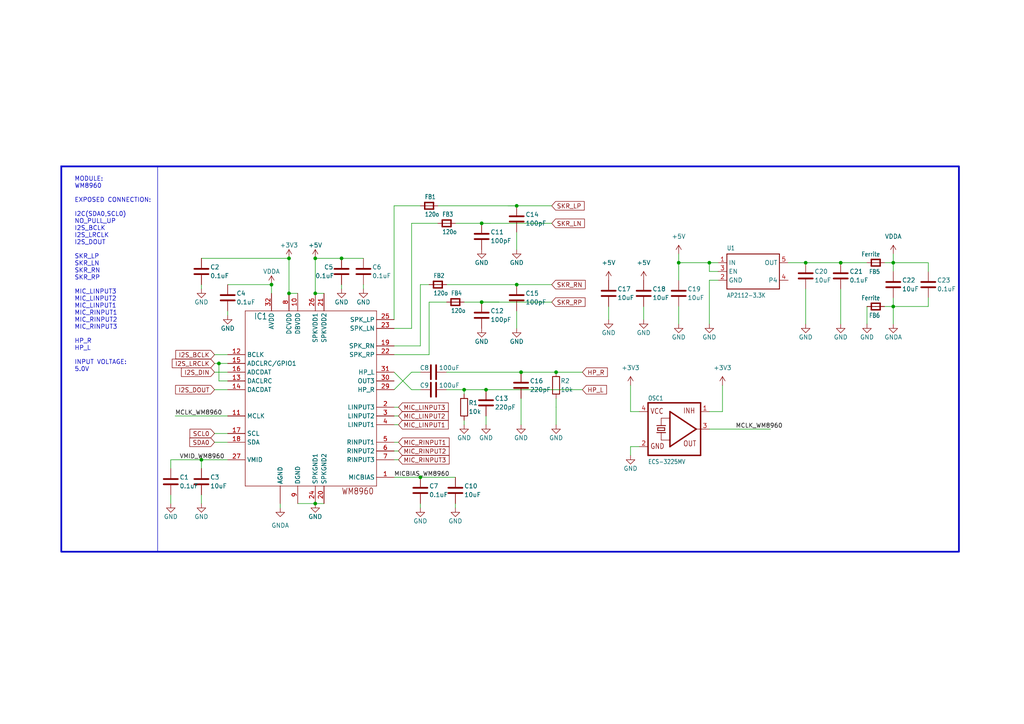
<source format=kicad_sch>
(kicad_sch (version 20230121) (generator eeschema)
  (paper "A4")
  (title_block (title "WM8960 MODULE"))
  (lib_symbols
    (symbol "Adafruit Voice Bonnet-eagle-import:FERRITE-0805NO"
      (property "Reference" "FB" (at -1.27 1.905 0))
      (symbol "FERRITE-0805NO_1_0"
        (polyline (pts (xy -1.27 -0.9525) (xy -1.27 0.9525)) (stroke (width 0.4064)))
        (polyline (pts (xy -1.27 0.9525) (xy 1.27 0.9525)) (stroke (width 0.4064)))
        (polyline (pts (xy 1.27 -0.9525) (xy -1.27 -0.9525)) (stroke (width 0.4064)))
        (polyline (pts (xy 1.27 0.9525) (xy 1.27 -0.9525)) (stroke (width 0.4064)))
        (pin passive line (at -2.54 0 0) (length 2.54) (name "P$1") (number "1"))
        (pin passive line (at 2.54 0 180) (length 2.54) (name "P$2") (number "2"))
      )
    )
    (symbol "Adafruit Voice Bonnet-eagle-import:OSCILLATOR3.2X2.5"
      (property "Reference" "OSC" (at -7.62 8.255 0))
      (symbol "OSCILLATOR3.2X2.5_1_0"
        (polyline (pts (xy -7.62 7.62) (xy -7.62 -7.62)) (stroke (width 0.4064)))
        (polyline (pts (xy -7.62 7.62) (xy 7.62 7.62)) (stroke (width 0.4064)))
        (polyline (pts (xy -5.08 -1.016) (xy -3.81 -1.016)) (stroke (width 0.254)))
        (polyline (pts (xy -5.08 1.016) (xy -2.54 1.016)) (stroke (width 0.254)))
        (polyline (pts (xy -4.826 -0.381) (xy -4.826 0.381)) (stroke (width 0.254)))
        (polyline (pts (xy -4.826 -0.381) (xy -2.794 -0.381)) (stroke (width 0.254)))
        (polyline (pts (xy -4.826 0.381) (xy -2.794 0.381)) (stroke (width 0.254)))
        (polyline (pts (xy -3.81 -3.175) (xy -3.81 -1.016)) (stroke (width 0.1524)))
        (polyline (pts (xy -3.81 -3.175) (xy -1.27 -3.175)) (stroke (width 0.1524)))
        (polyline (pts (xy -3.81 -1.016) (xy -2.54 -1.016)) (stroke (width 0.254)))
        (polyline (pts (xy -3.81 1.016) (xy -3.81 3.175)) (stroke (width 0.1524)))
        (polyline (pts (xy -3.81 3.175) (xy -1.27 3.175)) (stroke (width 0.1524)))
        (polyline (pts (xy -2.794 0.381) (xy -2.794 -0.381)) (stroke (width 0.254)))
        (polyline (pts (xy -1.27 -5.08) (xy -1.27 -3.175)) (stroke (width 0.4064)))
        (polyline (pts (xy -1.27 -3.175) (xy -1.27 3.175)) (stroke (width 0.4064)))
        (polyline (pts (xy -1.27 3.175) (xy -1.27 5.08)) (stroke (width 0.4064)))
        (polyline (pts (xy -1.27 5.08) (xy 6.35 0)) (stroke (width 0.4064)))
        (polyline (pts (xy 6.35 0) (xy -1.27 -5.08)) (stroke (width 0.4064)))
        (polyline (pts (xy 6.35 0) (xy 7.62 0)) (stroke (width 0.1524)))
        (polyline (pts (xy 7.62 -7.62) (xy -7.62 -7.62)) (stroke (width 0.4064)))
        (polyline (pts (xy 7.62 -7.62) (xy 7.62 0)) (stroke (width 0.4064)))
        (polyline (pts (xy 7.62 0) (xy 7.62 7.62)) (stroke (width 0.4064)))
        (text "GND" (at -6.985 -5.842 0) (effects (font (size 1.524 1.2954)) (justify left bottom)))
        (text "INH" (at 2.54 4.445 0) (effects (font (size 1.524 1.2954)) (justify left bottom)))
        (text "OUT" (at 2.54 -5.08 0) (effects (font (size 1.524 1.2954)) (justify left bottom)))
        (text "VCC" (at -6.985 4.318 0) (effects (font (size 1.524 1.2954)) (justify left bottom)))
        (pin bidirectional line (at 10.16 5.08 180) (length 2.54) (name "INH") (number "1"))
        (pin power_in line (at -10.16 -5.08 0) (length 2.54) (name "GND") (number "2"))
        (pin output line (at 10.16 0 180) (length 2.54) (name "OUT") (number "3"))
        (pin power_in line (at -10.16 5.08 0) (length 2.54) (name "VCC") (number "4"))
      )
    )
    (symbol "Adafruit Voice Bonnet-eagle-import:WM8960"
      (property "Reference" "IC" (at 10.16 27.94 0))
      (symbol "WM8960_1_0"
        (polyline (pts (xy -17.78 -25.4) (xy -17.78 25.4)) (stroke (width 0.1524)))
        (polyline (pts (xy -17.78 25.4) (xy 20.32 25.4)) (stroke (width 0.1524)))
        (polyline (pts (xy 20.32 -25.4) (xy -17.78 -25.4)) (stroke (width 0.1524)))
        (polyline (pts (xy 20.32 25.4) (xy 20.32 -25.4)) (stroke (width 0.1524)))
        (text "WM8960" (at 10.16 -27.94 0) (effects (font (size 1.778 1.5113)) (justify left bottom)))
        (pin output line (at 25.4 -22.86 180) (length 5.08) (name "MICBIAS") (number "1"))
        (pin power_in line (at -2.54 30.48 270) (length 5.08) (name "DBVDD") (number "10"))
        (pin input line (at -22.86 -5.08 0) (length 5.08) (name "MCLK") (number "11"))
        (pin bidirectional line (at -22.86 12.7 0) (length 5.08) (name "BCLK") (number "12"))
        (pin bidirectional line (at -22.86 5.08 0) (length 5.08) (name "DACLRC") (number "13"))
        (pin bidirectional line (at -22.86 2.54 0) (length 5.08) (name "DACDAT") (number "14"))
        (pin bidirectional line (at -22.86 10.16 0) (length 5.08) (name "ADCLRC/GPIO1") (number "15"))
        (pin input line (at -22.86 7.62 0) (length 5.08) (name "ADCDAT") (number "16"))
        (pin input line (at -22.86 -10.16 0) (length 5.08) (name "SCL") (number "17"))
        (pin bidirectional line (at -22.86 -12.7 0) (length 5.08) (name "SDA") (number "18"))
        (pin output line (at 25.4 15.24 180) (length 5.08) (name "SPK_RN") (number "19"))
        (pin input line (at 25.4 -2.54 180) (length 5.08) (name "LINPUT3") (number "2"))
        (pin power_in line (at 5.08 -30.48 90) (length 5.08) (name "SPKGND2") (number "20"))
        (pin power_in line (at 5.08 30.48 270) (length 5.08) (name "SPKVDD2") (number "21"))
        (pin output line (at 25.4 12.7 180) (length 5.08) (name "SPK_RP") (number "22"))
        (pin output line (at 25.4 20.32 180) (length 5.08) (name "SPK_LN") (number "23"))
        (pin power_in line (at 2.54 -30.48 90) (length 5.08) (name "SPKGND1") (number "24"))
        (pin output line (at 25.4 22.86 180) (length 5.08) (name "SPK_LP") (number "25"))
        (pin power_in line (at 2.54 30.48 270) (length 5.08) (name "SPKVDD1") (number "26"))
        (pin input line (at -22.86 -17.78 0) (length 5.08) (name "VMID") (number "27"))
        (pin power_in line (at -7.62 -30.48 90) (length 5.08) (name "AGND") (number "28"))
        (pin output line (at 25.4 2.54 180) (length 5.08) (name "HP_R") (number "29"))
        (pin input line (at 25.4 -5.08 180) (length 5.08) (name "LINPUT2") (number "3"))
        (pin output line (at 25.4 5.08 180) (length 5.08) (name "OUT3") (number "30"))
        (pin output line (at 25.4 7.62 180) (length 5.08) (name "HP_L") (number "31"))
        (pin power_in line (at -10.16 30.48 270) (length 5.08) (name "AVDD") (number "32"))
        (pin power_in line (at -7.62 -30.48 90) (length 5.08) (name "AGND") (number "33"))
        (pin input line (at 25.4 -7.62 180) (length 5.08) (name "LINPUT1") (number "4"))
        (pin input line (at 25.4 -12.7 180) (length 5.08) (name "RINPUT1") (number "5"))
        (pin input line (at 25.4 -15.24 180) (length 5.08) (name "RINPUT2") (number "6"))
        (pin input line (at 25.4 -17.78 180) (length 5.08) (name "RINPUT3") (number "7"))
        (pin power_in line (at -5.08 30.48 270) (length 5.08) (name "DCVDD") (number "8"))
        (pin power_in line (at -2.54 -30.48 90) (length 5.08) (name "DGND") (number "9"))
      )
    )
    (symbol "Adafruit Voice Bonnet-eagle-import:microbuilder_FERRITE0805"
      (property "Reference" "FB" (at -1.27 1.905 0))
      (symbol "microbuilder_FERRITE0805_1_0"
        (polyline (pts (xy -1.27 -0.9525) (xy -1.27 0.9525)) (stroke (width 0.4064)))
        (polyline (pts (xy -1.27 0.9525) (xy 1.27 0.9525)) (stroke (width 0.4064)))
        (polyline (pts (xy 1.27 -0.9525) (xy -1.27 -0.9525)) (stroke (width 0.4064)))
        (polyline (pts (xy 1.27 0.9525) (xy 1.27 -0.9525)) (stroke (width 0.4064)))
        (pin passive line (at -2.54 0 0) (length 2.54) (name "P$1") (number "1"))
        (pin passive line (at 2.54 0 180) (length 2.54) (name "P$2") (number "2"))
      )
    )
    (symbol "Adafruit Voice Bonnet-eagle-import:microbuilder_VREG_SOT23-5"
      (property "Reference" "U" (at -7.62 6.096 0))
      (symbol "microbuilder_VREG_SOT23-5_1_0"
        (polyline (pts (xy -7.62 -5.08) (xy -7.62 5.08)) (stroke (width 0.254)))
        (polyline (pts (xy -7.62 5.08) (xy 7.62 5.08)) (stroke (width 0.254)))
        (polyline (pts (xy 7.62 -5.08) (xy -7.62 -5.08)) (stroke (width 0.254)))
        (polyline (pts (xy 7.62 5.08) (xy 7.62 -5.08)) (stroke (width 0.254)))
        (pin power_in line (at -10.16 2.54 0) (length 2.54) (name "IN") (number "1"))
        (pin power_in line (at -10.16 -2.54 0) (length 2.54) (name "GND") (number "2"))
        (pin input line (at -10.16 0 0) (length 2.54) (name "EN") (number "3"))
        (pin bidirectional line (at 10.16 -2.54 180) (length 2.54) (name "P4") (number "4"))
        (pin power_in line (at 10.16 2.54 180) (length 2.54) (name "OUT") (number "5"))
      )
    )
    (symbol "Device:C" (pin_numbers hide) (pin_names (offset 0.254))
      (property "Reference" "C" (at 0.635 2.54 0))
      (property "Value" "C" (at 0.635 -2.54 0))
      (symbol "C_0_1"
        (polyline (pts (xy -2.032 -0.762) (xy 2.032 -0.762)) (stroke (width 0.508)))
        (polyline (pts (xy -2.032 0.762) (xy 2.032 0.762)) (stroke (width 0.508)))
      )
      (symbol "C_1_1"
        (pin passive line (at 0 3.81 270) (length 2.794) (name "~") (number "1"))
        (pin passive line (at 0 -3.81 90) (length 2.794) (name "~") (number "2"))
      )
    )
    (symbol "Device:R" (pin_numbers hide) (pin_names (offset 0))
      (property "Reference" "R" (at 2.032 0 90))
      (property "Value" "R" (at 0 0 90))
      (symbol "R_0_1"
        (rectangle (start -1.016 -2.54) (end 1.016 2.54) (stroke (width 0.254)))
      )
      (symbol "R_1_1"
        (pin passive line (at 0 3.81 270) (length 1.27) (name "~") (number "1"))
        (pin passive line (at 0 -3.81 90) (length 1.27) (name "~") (number "2"))
      )
    )
    (symbol "power:+3V3" (power) (pin_names (offset 0))
      (property "Value" "+3V3" (at 0 3.556 0))
      (symbol "+3V3_0_1"
        (polyline (pts (xy -0.762 1.27) (xy 0 2.54)))
        (polyline (pts (xy 0 0) (xy 0 2.54)))
        (polyline (pts (xy 0 2.54) (xy 0.762 1.27)))
      )
      (symbol "+3V3_1_1"
        (pin power_in line (at 0 0 90) (length 0) hide (name "+3V3") (number "1"))
      )
    )
    (symbol "power:+5V" (power) (pin_names (offset 0))
      (property "Value" "+5V" (at 0 3.556 0))
      (symbol "+5V_0_1"
        (polyline (pts (xy -0.762 1.27) (xy 0 2.54)))
        (polyline (pts (xy 0 0) (xy 0 2.54)))
        (polyline (pts (xy 0 2.54) (xy 0.762 1.27)))
      )
      (symbol "+5V_1_1"
        (pin power_in line (at 0 0 90) (length 0) hide (name "+5V") (number "1"))
      )
    )
    (symbol "power:GND" (power) (pin_names (offset 0))
      (property "Value" "GND" (at 0 -3.81 0))
      (symbol "GND_0_1"
        (polyline (pts (xy 0 0) (xy 0 -1.27) (xy 1.27 -1.27) (xy 0 -2.54) (xy -1.27 -1.27) (xy 0 -1.27)))
      )
      (symbol "GND_1_1"
        (pin power_in line (at 0 0 270) (length 0) hide (name "GND") (number "1"))
      )
    )
    (symbol "power:GNDA" (power) (pin_names (offset 0))
      (property "Value" "GNDA" (at 0 -3.81 0))
      (symbol "GNDA_0_1"
        (polyline (pts (xy 0 0) (xy 0 -1.27) (xy 1.27 -1.27) (xy 0 -2.54) (xy -1.27 -1.27) (xy 0 -1.27)))
      )
      (symbol "GNDA_1_1"
        (pin power_in line (at 0 0 270) (length 0) hide (name "GNDA") (number "1"))
      )
    )
    (symbol "power:VDDA" (power) (pin_names (offset 0))
      (property "Value" "VDDA" (at 0 3.81 0))
      (symbol "VDDA_0_1"
        (polyline (pts (xy -0.762 1.27) (xy 0 2.54)))
        (polyline (pts (xy 0 0) (xy 0 2.54)))
        (polyline (pts (xy 0 2.54) (xy 0.762 1.27)))
      )
      (symbol "VDDA_1_1"
        (pin power_in line (at 0 0 90) (length 0) hide (name "VDDA") (number "1"))
      )
    )
  )
  (junction (at 259.08 88.9))
  (junction (at 259.08 76.2))
  (junction (at 91.44 74.93))
  (junction (at 139.7 87.63))
  (junction (at 63.5 105.41))
  (junction (at 161.29 107.95))
  (junction (at 78.74 82.55))
  (junction (at 233.68 76.2))
  (junction (at 83.82 74.93))
  (junction (at 151.13 107.95))
  (junction (at 205.74 76.2))
  (junction (at 83.82 85.09))
  (junction (at 196.85 76.2))
  (junction (at 140.97 113.03))
  (junction (at 91.44 85.09))
  (junction (at 121.92 138.43))
  (junction (at 91.44 146.05))
  (junction (at 149.86 82.55))
  (junction (at 99.06 74.93))
  (junction (at 149.86 59.69))
  (junction (at 243.84 76.2))
  (junction (at 139.7 64.77))
  (junction (at 58.42 133.35))
  (junction (at 134.62 113.03))
  (wire (pts (xy 83.82 74.93) (xy 83.82 85.09)) (stroke (width 0.1524)))
  (wire (pts (xy 66.04 120.65) (xy 50.8 120.65)) (stroke (width 0.1524)))
  (wire (pts (xy 49.53 146.05) (xy 49.53 143.51)))
  (wire (pts (xy 114.3 102.87) (xy 124.46 102.87)) (stroke (width 0.1524)))
  (wire (pts (xy 66.04 113.03) (xy 62.23 113.03)) (stroke (width 0.1524)))
  (wire (pts (xy 114.3 113.03) (xy 119.38 107.95)) (stroke (width 0.1524)))
  (wire (pts (xy 66.04 110.49) (xy 63.5 110.49)) (stroke (width 0.1524)))
  (wire (pts (xy 259.08 93.98) (xy 259.08 88.9)) (stroke (width 0.1524)))
  (wire (pts (xy 121.92 146.05) (xy 121.92 147.32)))
  (wire (pts (xy 132.08 146.05) (xy 132.08 147.32)))
  (wire (pts (xy 259.08 88.9) (xy 269.24 88.9)) (stroke (width 0.1524)))
  (wire (pts (xy 114.3 138.43) (xy 121.92 138.43)) (stroke (width 0.1524)))
  (wire (pts (xy 114.3 100.33) (xy 121.92 100.33)) (stroke (width 0.1524)))
  (wire (pts (xy 161.29 107.95) (xy 168.91 107.95)) (stroke (width 0.1524)))
  (wire (pts (xy 66.04 102.87) (xy 62.23 102.87)) (stroke (width 0.1524)))
  (wire (pts (xy 151.13 107.95) (xy 161.29 107.95)) (stroke (width 0.1524)))
  (wire (pts (xy 243.84 93.98) (xy 243.84 83.82)) (stroke (width 0.1524)))
  (wire (pts (xy 91.44 85.09) (xy 91.44 74.93)) (stroke (width 0.1524)))
  (wire (pts (xy 66.04 105.41) (xy 63.5 105.41)) (stroke (width 0.1524)))
  (wire (pts (xy 185.42 129.54) (xy 182.88 129.54)) (stroke (width 0.1524)))
  (wire (pts (xy 233.68 76.2) (xy 243.84 76.2)) (stroke (width 0.1524)))
  (wire (pts (xy 114.3 133.35) (xy 115.57 133.35)))
  (wire (pts (xy 86.36 85.09) (xy 83.82 85.09)) (stroke (width 0.1524)))
  (wire (pts (xy 149.86 67.31) (xy 149.86 72.39)) (stroke (width 0.1524)))
  (wire (pts (xy 66.04 107.95) (xy 62.23 107.95)) (stroke (width 0.1524)))
  (wire (pts (xy 205.74 124.46) (xy 223.52 124.46)) (stroke (width 0.1524)))
  (wire (pts (xy 81.28 147.32) (xy 81.28 146.05)))
  (wire (pts (xy 114.3 59.69) (xy 121.92 59.69)) (stroke (width 0.1524)))
  (wire (pts (xy 124.46 102.87) (xy 124.46 87.63)) (stroke (width 0.1524)))
  (wire (pts (xy 161.29 123.19) (xy 161.29 118.11)) (stroke (width 0.1524)))
  (wire (pts (xy 129.54 113.03) (xy 134.62 113.03)) (stroke (width 0.1524)))
  (wire (pts (xy 93.98 85.09) (xy 91.44 85.09)) (stroke (width 0.1524)))
  (wire (pts (xy 196.85 76.2) (xy 196.85 73.66)) (stroke (width 0.1524)))
  (wire (pts (xy 63.5 110.49) (xy 63.5 105.41)) (stroke (width 0.1524)))
  (wire (pts (xy 58.42 133.35) (xy 49.53 133.35)) (stroke (width 0.1524)))
  (wire (pts (xy 259.08 88.9) (xy 259.08 86.36)) (stroke (width 0.1524)))
  (wire (pts (xy 105.41 83.82) (xy 105.41 82.55)))
  (wire (pts (xy 58.42 83.82) (xy 58.42 82.55)))
  (wire (pts (xy 49.53 133.35) (xy 49.53 135.89)) (stroke (width 0.1524)))
  (wire (pts (xy 83.82 74.93) (xy 58.42 74.93)) (stroke (width 0.1524)))
  (wire (pts (xy 129.54 82.55) (xy 149.86 82.55)) (stroke (width 0.1524)))
  (wire (pts (xy 208.28 76.2) (xy 205.74 76.2)) (stroke (width 0.1524)))
  (wire (pts (xy 259.08 73.66) (xy 259.08 76.2)) (stroke (width 0.1524)))
  (wire (pts (xy 243.84 76.2) (xy 251.46 76.2)) (stroke (width 0.1524)))
  (wire (pts (xy 119.38 113.03) (xy 121.92 113.03)) (stroke (width 0.1524)))
  (wire (pts (xy 182.88 119.38) (xy 182.88 111.76)) (stroke (width 0.1524)))
  (wire (pts (xy 269.24 76.2) (xy 259.08 76.2)) (stroke (width 0.1524)))
  (wire (pts (xy 149.86 82.55) (xy 160.02 82.55)) (stroke (width 0.1524)))
  (wire (pts (xy 66.04 91.44) (xy 66.04 90.17)))
  (wire (pts (xy 208.28 81.28) (xy 205.74 81.28)) (stroke (width 0.1524)))
  (wire (pts (xy 161.29 115.57) (xy 161.29 118.11)))
  (wire (pts (xy 58.42 146.05) (xy 58.42 143.51)))
  (wire (pts (xy 182.88 129.54) (xy 182.88 132.08)) (stroke (width 0.1524)))
  (wire (pts (xy 139.7 64.77) (xy 160.02 64.77)) (stroke (width 0.1524)))
  (wire (pts (xy 127 64.77) (xy 119.38 64.77)) (stroke (width 0.1524)))
  (wire (pts (xy 269.24 88.9) (xy 269.24 86.36)) (stroke (width 0.1524)))
  (wire (pts (xy 121.92 138.43) (xy 132.08 138.43)) (stroke (width 0.1524)))
  (wire (pts (xy 139.7 64.77) (xy 142.24 64.77)))
  (wire (pts (xy 99.06 83.82) (xy 99.06 82.55)))
  (wire (pts (xy 78.74 82.55) (xy 78.74 85.09)) (stroke (width 0.1524)))
  (wire (pts (xy 99.06 74.93) (xy 105.41 74.93)) (stroke (width 0.1524)))
  (wire (pts (xy 63.5 105.41) (xy 62.23 105.41)) (stroke (width 0.1524)))
  (wire (pts (xy 185.42 119.38) (xy 182.88 119.38)) (stroke (width 0.1524)))
  (wire (pts (xy 205.74 78.74) (xy 205.74 76.2)) (stroke (width 0.1524)))
  (wire (pts (xy 269.24 78.74) (xy 269.24 76.2)) (stroke (width 0.1524)))
  (wire (pts (xy 205.74 76.2) (xy 196.85 76.2)) (stroke (width 0.1524)))
  (wire (pts (xy 259.08 78.74) (xy 259.08 76.2)) (stroke (width 0.1524)))
  (wire (pts (xy 91.44 146.05) (xy 86.36 146.05)) (stroke (width 0.1524)))
  (wire (pts (xy 58.42 133.35) (xy 66.04 133.35)) (stroke (width 0.1524)))
  (wire (pts (xy 196.85 88.9) (xy 196.85 93.98)) (stroke (width 0.1524)))
  (wire (pts (xy 121.92 82.55) (xy 124.46 82.55)) (stroke (width 0.1524)))
  (wire (pts (xy 149.86 59.69) (xy 160.02 59.69)) (stroke (width 0.1524)))
  (wire (pts (xy 78.74 82.55) (xy 66.04 82.55)) (stroke (width 0.1524)))
  (wire (pts (xy 93.98 146.05) (xy 91.44 146.05)) (stroke (width 0.1524)))
  (wire (pts (xy 134.62 113.03) (xy 140.97 113.03)) (stroke (width 0.1524)))
  (wire (pts (xy 149.86 59.69) (xy 147.32 59.69)))
  (wire (pts (xy 196.85 81.28) (xy 196.85 76.2)) (stroke (width 0.1524)))
  (wire (pts (xy 149.86 90.17) (xy 149.86 95.25)) (stroke (width 0.1524)))
  (wire (pts (xy 205.74 81.28) (xy 205.74 93.98)) (stroke (width 0.1524)))
  (wire (pts (xy 129.54 107.95) (xy 151.13 107.95)) (stroke (width 0.1524)))
  (wire (pts (xy 66.04 125.73) (xy 62.23 125.73)) (stroke (width 0.1524)))
  (wire (pts (xy 186.69 92.71) (xy 186.69 88.9)))
  (wire (pts (xy 132.08 64.77) (xy 139.7 64.77)) (stroke (width 0.1524)))
  (wire (pts (xy 151.13 115.57) (xy 151.13 123.19)) (stroke (width 0.1524)))
  (wire (pts (xy 134.62 121.92) (xy 134.62 123.19)))
  (wire (pts (xy 91.44 74.93) (xy 99.06 74.93)) (stroke (width 0.1524)))
  (wire (pts (xy 140.97 113.03) (xy 139.7 113.03)))
  (wire (pts (xy 259.08 76.2) (xy 256.54 76.2)) (stroke (width 0.1524)))
  (wire (pts (xy 114.3 95.25) (xy 119.38 95.25)) (stroke (width 0.1524)))
  (wire (pts (xy 114.3 128.27) (xy 115.57 128.27)))
  (wire (pts (xy 114.3 123.19) (xy 115.57 123.19)))
  (wire (pts (xy 233.68 93.98) (xy 233.68 83.82)) (stroke (width 0.1524)))
  (wire (pts (xy 127 59.69) (xy 149.86 59.69)) (stroke (width 0.1524)))
  (wire (pts (xy 121.92 100.33) (xy 121.92 82.55)) (stroke (width 0.1524)))
  (wire (pts (xy 129.54 87.63) (xy 124.46 87.63)) (stroke (width 0.1524)))
  (wire (pts (xy 114.3 130.81) (xy 115.57 130.81)))
  (wire (pts (xy 140.97 123.19) (xy 140.97 120.65)) (stroke (width 0.1524)))
  (wire (pts (xy 134.62 113.03) (xy 134.62 114.3)))
  (wire (pts (xy 251.46 88.9) (xy 251.46 93.98)) (stroke (width 0.1524)))
  (wire (pts (xy 139.7 87.63) (xy 160.02 87.63)) (stroke (width 0.1524)))
  (wire (pts (xy 140.97 113.03) (xy 168.91 113.03)) (stroke (width 0.1524)))
  (wire (pts (xy 114.3 107.95) (xy 119.38 113.03)) (stroke (width 0.1524)))
  (wire (pts (xy 208.28 78.74) (xy 205.74 78.74)) (stroke (width 0.1524)))
  (wire (pts (xy 114.3 118.11) (xy 115.57 118.11)))
  (wire (pts (xy 176.53 92.71) (xy 176.53 88.9)))
  (wire (pts (xy 119.38 95.25) (xy 119.38 64.77)) (stroke (width 0.1524)))
  (wire (pts (xy 114.3 120.65) (xy 115.57 120.65)))
  (wire (pts (xy 119.38 107.95) (xy 121.92 107.95)) (stroke (width 0.1524)))
  (wire (pts (xy 139.7 87.63) (xy 144.78 87.63)))
  (wire (pts (xy 58.42 133.35) (xy 58.42 135.89)) (stroke (width 0.1524)))
  (wire (pts (xy 114.3 92.71) (xy 114.3 59.69)) (stroke (width 0.1524)))
  (wire (pts (xy 209.55 111.76) (xy 209.55 119.38)))
  (wire (pts (xy 134.62 87.63) (xy 139.7 87.63)) (stroke (width 0.1524)))
  (wire (pts (xy 228.6 76.2) (xy 233.68 76.2)) (stroke (width 0.1524)))
  (wire (pts (xy 259.08 88.9) (xy 256.54 88.9)) (stroke (width 0.1524)))
  (wire (pts (xy 205.74 119.38) (xy 209.55 119.38)))
  (wire (pts (xy 62.23 128.27) (xy 66.04 128.27)) (stroke (width 0.1524)))
  (rectangle (start 17.78 48.26) (end 278.13 160.02) (stroke (width 0.5)))
  (rectangle (start 17.78 48.26) (end 45.72 160.02))
  (text "MODULE:\nWM8960\n\nEXPOSED CONNECTION: \n\nI2C(SDA0,SCL0)\nNO_PULL_UP\nI2S_BCLK\nI2S_LRCLK\nI2S_DOUT\n\nSKR_LP\nSKR_LN\nSKR_RN\nSKR_RP\n\nMIC_LINPUT3\nMIC_LINPUT2\nMIC_LINPUT1\nMIC_RINPUT1\nMIC_RINPUT2\nMIC_RINPUT3\n\nHP_R\nHP_L\n\nINPUT VOLTAGE:\n5.0V\n" (at 21.59 107.95 0) (effects (font (size 1.27 1.27)) (justify left bottom)))
  (label "VMID_WM8960" (at 52.07 133.35 0) (effects (font (size 1.2446 1.2446))))
  (label "MICBIAS_WM8960" (at 114.3 138.43 0) (effects (font (size 1.2446 1.2446))))
  (label "MCLK_WM8960" (at 50.8 120.65 0) (effects (font (size 1.2446 1.2446))))
  (label "MCLK_WM8960" (at 213.36 124.46 0) (effects (font (size 1.2446 1.2446))))
  (global_label "I2S_BCLK" (shape input) (at 62.23 102.87 180) (property "Intersheetrefs" "${INTERSHEET_REFS}" (effects hide)))
  (global_label "MIC_RINPUT1" (shape input) (at 115.57 128.27 0) (property "Intersheetrefs" "${INTERSHEET_REFS}" (effects hide)))
  (global_label "SKR_LP" (shape input) (at 160.02 59.69 0) (property "Intersheetrefs" "${INTERSHEET_REFS}" (effects hide)))
  (global_label "HP_R" (shape input) (at 168.91 107.95 0) (property "Intersheetrefs" "${INTERSHEET_REFS}" (effects hide)))
  (global_label "SKR_RP" (shape input) (at 160.02 87.63 0) (property "Intersheetrefs" "${INTERSHEET_REFS}" (effects hide)))
  (global_label "HP_L" (shape input) (at 168.91 113.03 0) (property "Intersheetrefs" "${INTERSHEET_REFS}" (effects hide)))
  (global_label "I2S_DIN" (shape input) (at 62.23 107.95 180) (property "Intersheetrefs" "${INTERSHEET_REFS}" (effects hide)))
  (global_label "I2S_DOUT" (shape input) (at 62.23 113.03 180) (property "Intersheetrefs" "${INTERSHEET_REFS}" (effects hide)))
  (global_label "MIC_LINPUT3" (shape input) (at 115.57 118.11 0) (property "Intersheetrefs" "${INTERSHEET_REFS}" (effects hide)))
  (global_label "MIC_LINPUT1" (shape input) (at 115.57 123.19 0) (property "Intersheetrefs" "${INTERSHEET_REFS}" (effects hide)))
  (global_label "SDA0" (shape input) (at 62.23 128.27 180) (property "Intersheetrefs" "${INTERSHEET_REFS}" (effects hide)))
  (global_label "SCL0" (shape input) (at 62.23 125.73 180) (property "Intersheetrefs" "${INTERSHEET_REFS}" (effects hide)))
  (global_label "SKR_LN" (shape input) (at 160.02 64.77 0) (property "Intersheetrefs" "${INTERSHEET_REFS}" (effects hide)))
  (global_label "MIC_LINPUT2" (shape input) (at 115.57 120.65 0) (property "Intersheetrefs" "${INTERSHEET_REFS}" (effects hide)))
  (global_label "I2S_LRCLK" (shape input) (at 62.23 105.41 180) (property "Intersheetrefs" "${INTERSHEET_REFS}" (effects hide)))
  (global_label "MIC_RINPUT2" (shape input) (at 115.57 130.81 0) (property "Intersheetrefs" "${INTERSHEET_REFS}" (effects hide)))
  (global_label "SKR_RN" (shape input) (at 160.02 82.55 0) (property "Intersheetrefs" "${INTERSHEET_REFS}" (effects hide)))
  (global_label "MIC_RINPUT3" (shape input) (at 115.57 133.35 0) (property "Intersheetrefs" "${INTERSHEET_REFS}" (effects hide)))
  (symbol (lib_id "Adafruit Voice Bonnet-eagle-import:OSCILLATOR3.2X2.5") (at 195.58 124.46 0) (unit 1)
    (property "Reference" "OSC1" (at 187.96 116.205 0) (effects (font (size 1.27 1.0795)) (justify left bottom)))
    (property "Value" "ECS-3225MV" (at 187.96 134.62 0) (effects (font (size 1.27 1.0795)) (justify left bottom)))
    (property "Footprint" "Adafruit Voice Bonnet:OSC_3.2X2.5MM" (effects hide))
  )
  (symbol (lib_id "Device:C") (at 233.68 80.01 0) (unit 1)
    (property "Reference" "C20" (at 236.22 78.74 0) (effects (justify left)))
    (property "Value" "10uF" (at 236.22 81.28 0) (effects (justify left)))
    (property "Footprint" "Capacitor_SMD:C_0402_1005Metric" (effects hide))
  )
  (symbol (lib_id "power:GND") (at 196.85 93.98 0) (unit 1)
    (property "Reference" "#PWR029" (effects hide))
    (property "Value" "GND" (at 196.85 97.79 0))
  )
  (symbol (lib_id "power:GND") (at 99.06 83.82 0) (unit 1)
    (property "Reference" "#PWR010" (effects hide))
    (property "Value" "GND" (at 99.06 87.63 0))
  )
  (symbol (lib_id "Device:C") (at 58.42 78.74 0) (unit 1)
    (property "Reference" "C2" (at 60.96 77.47 0) (effects (justify left)))
    (property "Value" "0.1uF" (at 60.96 80.01 0) (effects (justify left)))
    (property "Footprint" "Capacitor_SMD:C_0402_1005Metric" (effects hide))
  )
  (symbol (lib_id "power:GND") (at 105.41 83.82 0) (unit 1)
    (property "Reference" "#PWR011" (effects hide))
    (property "Value" "GND" (at 105.41 87.63 0))
  )
  (symbol (lib_id "Device:C") (at 186.69 85.09 0) (unit 1)
    (property "Reference" "C18" (at 189.23 83.82 0) (effects (justify left)))
    (property "Value" "10uF" (at 189.23 86.36 0) (effects (justify left)))
    (property "Footprint" "Capacitor_SMD:C_0402_1005Metric" (effects hide))
  )
  (symbol (lib_id "power:+5V") (at 196.85 73.66 0) (unit 1)
    (property "Reference" "#PWR028" (effects hide))
    (property "Value" "+5V" (at 196.85 68.58 0))
  )
  (symbol (lib_id "Adafruit Voice Bonnet-eagle-import:FERRITE-0805NO") (at 132.08 87.63 0) (unit 1)
    (property "Reference" "FB4" (at 130.81 85.725 0) (effects (font (size 1.27 1.0795)) (justify left bottom)))
    (property "Value" "120o" (at 130.81 90.805 0) (effects (font (size 1.27 1.0795)) (justify left bottom)))
    (property "Footprint" "Adafruit Voice Bonnet:0805-NO" (effects hide))
  )
  (symbol (lib_id "power:+5V") (at 176.53 81.28 0) (unit 1)
    (property "Reference" "#PWR022" (effects hide))
    (property "Value" "+5V" (at 176.53 76.2 0))
  )
  (symbol (lib_id "Device:C") (at 49.53 139.7 0) (unit 1)
    (property "Reference" "C1" (at 52.07 138.43 0) (effects (justify left)))
    (property "Value" "0.1uF" (at 52.07 140.97 0) (effects (justify left)))
    (property "Footprint" "Capacitor_SMD:C_0402_1005Metric" (effects hide))
  )
  (symbol (lib_id "Device:C") (at 196.85 85.09 0) (unit 1)
    (property "Reference" "C19" (at 199.39 83.82 0) (effects (justify left)))
    (property "Value" "10uF" (at 199.39 86.36 0) (effects (justify left)))
    (property "Footprint" "Capacitor_SMD:C_0402_1005Metric" (effects hide))
  )
  (symbol (lib_id "power:GND") (at 186.69 92.71 0) (unit 1)
    (property "Reference" "#PWR027" (effects hide))
    (property "Value" "GND" (at 186.69 96.52 0))
  )
  (symbol (lib_id "Adafruit Voice Bonnet-eagle-import:microbuilder_FERRITE0805") (at 254 76.2 180) (unit 1)
    (property "Reference" "FB5" (at 255.27 78.105 0) (effects (font (size 1.27 1.0795)) (justify left bottom)))
    (property "Value" "Ferrite" (at 255.27 73.025 0) (effects (font (size 1.27 1.0795)) (justify left bottom)))
    (property "Footprint" "Adafruit Voice Bonnet:0805" (effects hide))
  )
  (symbol (lib_id "power:GND") (at 140.97 123.19 0) (unit 1)
    (property "Reference" "#PWR017" (effects hide))
    (property "Value" "GND" (at 140.97 127 0))
  )
  (symbol (lib_id "Device:C") (at 149.86 63.5 0) (unit 1)
    (property "Reference" "C14" (at 152.4 62.23 0) (effects (justify left)))
    (property "Value" "100pF" (at 152.4 64.77 0) (effects (justify left)))
    (property "Footprint" "Capacitor_SMD:C_0402_1005Metric" (effects hide))
  )
  (symbol (lib_id "power:GND") (at 149.86 95.25 0) (unit 1)
    (property "Reference" "#PWR019" (effects hide))
    (property "Value" "GND" (at 149.86 99.06 0))
  )
  (symbol (lib_id "Device:C") (at 259.08 82.55 0) (unit 1)
    (property "Reference" "C22" (at 261.62 81.28 0) (effects (justify left)))
    (property "Value" "10uF" (at 261.62 83.82 0) (effects (justify left)))
    (property "Footprint" "Capacitor_SMD:C_0402_1005Metric" (effects hide))
  )
  (symbol (lib_id "Device:C") (at 151.13 111.76 0) (unit 1)
    (property "Reference" "C16" (at 153.67 110.49 0) (effects (justify left)))
    (property "Value" "220pF" (at 153.67 113.03 0) (effects (justify left)))
    (property "Footprint" "Capacitor_SMD:C_0402_1005Metric" (effects hide))
  )
  (symbol (lib_id "Adafruit Voice Bonnet-eagle-import:microbuilder_VREG_SOT23-5") (at 218.44 78.74 0) (unit 1)
    (property "Reference" "U1" (at 210.82 72.644 0) (effects (font (size 1.27 1.0795)) (justify left bottom)))
    (property "Value" "AP2112-3.3K" (at 210.82 86.36 0) (effects (font (size 1.27 1.0795)) (justify left bottom)))
    (property "Footprint" "Adafruit Voice Bonnet:SOT23-5" (effects hide))
  )
  (symbol (lib_id "power:GND") (at 58.42 83.82 0) (unit 1)
    (property "Reference" "#PWR02" (effects hide))
    (property "Value" "GND" (at 58.42 87.63 0))
  )
  (symbol (lib_id "power:GND") (at 91.44 146.05 0) (unit 1)
    (property "Reference" "#PWR09" (effects hide))
    (property "Value" "GND" (at 91.44 149.86 0))
  )
  (symbol (lib_id "Device:C") (at 58.42 139.7 0) (unit 1)
    (property "Reference" "C3" (at 60.96 138.43 0) (effects (justify left)))
    (property "Value" "10uF" (at 60.96 140.97 0) (effects (justify left)))
    (property "Footprint" "Capacitor_SMD:C_0402_1005Metric" (effects hide))
  )
  (symbol (lib_id "power:GND") (at 176.53 92.71 0) (unit 1)
    (property "Reference" "#PWR023" (effects hide))
    (property "Value" "GND" (at 176.53 96.52 0))
  )
  (symbol (lib_id "power:VDDA") (at 78.74 82.55 0) (unit 1)
    (property "Reference" "#PWR05" (effects hide))
    (property "Value" "VDDA" (at 78.74 78.74 0))
  )
  (symbol (lib_id "power:GNDA") (at 81.28 147.32 0) (unit 1)
    (property "Reference" "#PWR06" (effects hide))
    (property "Value" "GNDA" (at 81.28 152.4 0))
  )
  (symbol (lib_id "power:GND") (at 182.88 132.08 0) (unit 1)
    (property "Reference" "#PWR025" (effects hide))
    (property "Value" "GND" (at 182.88 135.89 0))
  )
  (symbol (lib_id "Device:R") (at 134.62 118.11 0) (unit 1)
    (property "Reference" "R1" (at 135.89 116.84 0) (effects (justify left)))
    (property "Value" "10k" (at 135.89 119.38 0) (effects (justify left)))
    (property "Footprint" "Resistor_SMD:R_01005_0402Metric" (effects hide))
  )
  (symbol (lib_id "power:GND") (at 243.84 93.98 0) (unit 1)
    (property "Reference" "#PWR033" (effects hide))
    (property "Value" "GND" (at 243.84 97.79 0))
  )
  (symbol (lib_id "Device:C") (at 125.73 113.03 90) (unit 1)
    (property "Reference" "C9" (at 124.46 111.76 90) (effects (justify left)))
    (property "Value" "100uF" (at 133.35 111.76 90) (effects (justify left)))
    (property "Footprint" "Capacitor_SMD:C_1206_3216Metric" (effects hide))
  )
  (symbol (lib_id "power:GND") (at 205.74 93.98 0) (unit 1)
    (property "Reference" "#PWR030" (effects hide))
    (property "Value" "GND" (at 205.74 97.79 0))
  )
  (symbol (lib_id "power:GNDA") (at 259.08 93.98 0) (unit 1)
    (property "Reference" "#PWR036" (effects hide))
    (property "Value" "GNDA" (at 259.08 97.79 0))
  )
  (symbol (lib_id "power:GND") (at 49.53 146.05 0) (unit 1)
    (property "Reference" "#PWR01" (effects hide))
    (property "Value" "GND" (at 49.53 149.86 0))
  )
  (symbol (lib_id "power:VDDA") (at 259.08 73.66 0) (unit 1)
    (property "Reference" "#PWR035" (effects hide))
    (property "Value" "VDDA" (at 259.08 68.58 0))
  )
  (symbol (lib_id "power:GND") (at 121.92 147.32 0) (unit 1)
    (property "Reference" "#PWR012" (effects hide))
    (property "Value" "GND" (at 121.92 151.13 0))
  )
  (symbol (lib_id "Device:C") (at 66.04 86.36 0) (unit 1)
    (property "Reference" "C4" (at 68.58 85.09 0) (effects (justify left)))
    (property "Value" "0.1uF" (at 68.58 87.63 0) (effects (justify left)))
    (property "Footprint" "Capacitor_SMD:C_0402_1005Metric" (effects hide))
  )
  (symbol (lib_id "power:+3V3") (at 209.55 111.76 0) (unit 1)
    (property "Reference" "#PWR031" (effects hide))
    (property "Value" "+3V3" (at 209.55 106.68 0))
  )
  (symbol (lib_id "Adafruit Voice Bonnet-eagle-import:FERRITE-0805NO") (at 124.46 59.69 0) (unit 1)
    (property "Reference" "FB1" (at 123.19 57.785 0) (effects (font (size 1.27 1.0795)) (justify left bottom)))
    (property "Value" "120o" (at 123.19 62.865 0) (effects (font (size 1.27 1.0795)) (justify left bottom)))
    (property "Footprint" "Adafruit Voice Bonnet:0805-NO" (effects hide))
  )
  (symbol (lib_id "power:GND") (at 251.46 93.98 0) (unit 1)
    (property "Reference" "#PWR034" (effects hide))
    (property "Value" "GND" (at 251.46 97.79 0))
  )
  (symbol (lib_id "power:GND") (at 139.7 95.25 0) (unit 1)
    (property "Reference" "#PWR016" (effects hide))
    (property "Value" "GND" (at 139.7 99.06 0))
  )
  (symbol (lib_id "Adafruit Voice Bonnet-eagle-import:WM8960") (at 88.9 115.57 0) (unit 1)
    (property "Reference" "IC1" (at 73.66 92.71 0) (effects (font (size 1.778 1.5113)) (justify left bottom)))
    (property "Value" "WM8960" (effects hide))
    (property "Footprint" "Adafruit Voice Bonnet:QFN32_5MM" (effects hide))
  )
  (symbol (lib_id "power:GND") (at 134.62 123.19 0) (unit 1)
    (property "Reference" "#PWR014" (effects hide))
    (property "Value" "GND" (at 134.62 127 0))
  )
  (symbol (lib_id "power:GND") (at 66.04 91.44 0) (unit 1)
    (property "Reference" "#PWR04" (effects hide))
    (property "Value" "GND" (at 66.04 95.25 0))
  )
  (symbol (lib_id "Device:C") (at 149.86 86.36 0) (unit 1)
    (property "Reference" "C15" (at 152.4 85.09 0) (effects (justify left)))
    (property "Value" "100pF" (at 152.4 87.63 0) (effects (justify left)))
    (property "Footprint" "Capacitor_SMD:C_0402_1005Metric" (effects hide))
  )
  (symbol (lib_id "Device:C") (at 105.41 78.74 0) (unit 1)
    (property "Reference" "C6" (at 107.95 77.47 0) (effects (justify left)))
    (property "Value" "0.1uF" (at 107.95 80.01 0) (effects (justify left)))
    (property "Footprint" "Capacitor_SMD:C_0402_1005Metric" (effects hide))
  )
  (symbol (lib_id "power:GND") (at 151.13 123.19 0) (unit 1)
    (property "Reference" "#PWR020" (effects hide))
    (property "Value" "GND" (at 151.13 127 0))
  )
  (symbol (lib_id "Device:C") (at 139.7 91.44 0) (unit 1)
    (property "Reference" "C12" (at 142.24 90.17 0) (effects (justify left)))
    (property "Value" "100pF" (at 142.24 92.71 0) (effects (justify left)))
    (property "Footprint" "Capacitor_SMD:C_0402_1005Metric" (effects hide))
  )
  (symbol (lib_id "Device:C") (at 176.53 85.09 0) (unit 1)
    (property "Reference" "C17" (at 179.07 83.82 0) (effects (justify left)))
    (property "Value" "10uF" (at 179.07 86.36 0) (effects (justify left)))
    (property "Footprint" "Capacitor_SMD:C_0402_1005Metric" (effects hide))
  )
  (symbol (lib_id "Device:C") (at 139.7 68.58 0) (unit 1)
    (property "Reference" "C11" (at 142.24 67.31 0) (effects (justify left)))
    (property "Value" "100pF" (at 142.24 69.85 0) (effects (justify left)))
    (property "Footprint" "Capacitor_SMD:C_0402_1005Metric" (effects hide))
  )
  (symbol (lib_id "power:GND") (at 149.86 72.39 0) (unit 1)
    (property "Reference" "#PWR018" (effects hide))
    (property "Value" "GND" (at 149.86 76.2 0))
  )
  (symbol (lib_id "Device:C") (at 243.84 80.01 0) (unit 1)
    (property "Reference" "C21" (at 246.38 78.74 0) (effects (justify left)))
    (property "Value" "0.1uF" (at 246.38 81.28 0) (effects (justify left)))
    (property "Footprint" "Capacitor_SMD:C_0402_1005Metric" (effects hide))
  )
  (symbol (lib_id "power:GND") (at 132.08 147.32 0) (unit 1)
    (property "Reference" "#PWR013" (effects hide))
    (property "Value" "GND" (at 132.08 151.13 0))
  )
  (symbol (lib_id "power:GND") (at 58.42 146.05 0) (unit 1)
    (property "Reference" "#PWR03" (effects hide))
    (property "Value" "GND" (at 58.42 149.86 0))
  )
  (symbol (lib_id "Adafruit Voice Bonnet-eagle-import:FERRITE-0805NO") (at 129.54 64.77 0) (unit 1)
    (property "Reference" "FB3" (at 128.27 62.865 0) (effects (font (size 1.27 1.0795)) (justify left bottom)))
    (property "Value" "120o" (at 128.27 67.945 0) (effects (font (size 1.27 1.0795)) (justify left bottom)))
    (property "Footprint" "Adafruit Voice Bonnet:0805-NO" (effects hide))
  )
  (symbol (lib_id "Adafruit Voice Bonnet-eagle-import:microbuilder_FERRITE0805") (at 254 88.9 180) (unit 1)
    (property "Reference" "FB6" (at 255.27 90.805 0) (effects (font (size 1.27 1.0795)) (justify left bottom)))
    (property "Value" "Ferrite" (at 255.27 85.725 0) (effects (font (size 1.27 1.0795)) (justify left bottom)))
    (property "Footprint" "Adafruit Voice Bonnet:0805" (effects hide))
  )
  (symbol (lib_id "power:GND") (at 139.7 72.39 0) (unit 1)
    (property "Reference" "#PWR015" (effects hide))
    (property "Value" "GND" (at 139.7 76.2 0))
  )
  (symbol (lib_id "Device:C") (at 99.06 78.74 0) (unit 1)
    (property "Reference" "C5" (at 93.98 77.47 0) (effects (justify left)))
    (property "Value" "0.1uF" (at 91.44 80.01 0) (effects (justify left)))
    (property "Footprint" "Capacitor_SMD:C_0402_1005Metric" (effects hide))
  )
  (symbol (lib_id "Device:C") (at 132.08 142.24 0) (unit 1)
    (property "Reference" "C10" (at 134.62 140.97 0) (effects (justify left)))
    (property "Value" "10uF" (at 134.62 143.51 0) (effects (justify left)))
    (property "Footprint" "Capacitor_SMD:C_0402_1005Metric" (effects hide))
  )
  (symbol (lib_id "Device:C") (at 140.97 116.84 0) (unit 1)
    (property "Reference" "C13" (at 143.51 115.57 0) (effects (justify left)))
    (property "Value" "220pF" (at 143.51 118.11 0) (effects (justify left)))
    (property "Footprint" "Capacitor_SMD:C_0402_1005Metric" (effects hide))
  )
  (symbol (lib_id "Device:C") (at 269.24 82.55 0) (unit 1)
    (property "Reference" "C23" (at 271.78 81.28 0) (effects (justify left)))
    (property "Value" "0.1uF" (at 271.78 83.82 0) (effects (justify left)))
    (property "Footprint" "Capacitor_SMD:C_0402_1005Metric" (effects hide))
  )
  (symbol (lib_id "power:+3V3") (at 182.88 111.76 0) (unit 1)
    (property "Reference" "#PWR024" (effects hide))
    (property "Value" "+3V3" (at 182.88 106.68 0))
  )
  (symbol (lib_id "Device:C") (at 125.73 107.95 90) (unit 1)
    (property "Reference" "C8" (at 124.46 106.68 90) (effects (justify left)))
    (property "Value" "100uF" (at 133.35 106.68 90) (effects (justify left)))
    (property "Footprint" "Capacitor_SMD:C_1206_3216Metric" (effects hide))
  )
  (symbol (lib_id "Device:R") (at 161.29 111.76 0) (unit 1)
    (property "Reference" "R2" (at 162.56 110.49 0) (effects (justify left)))
    (property "Value" "10k" (at 162.56 113.03 0) (effects (justify left)))
    (property "Footprint" "Resistor_SMD:R_01005_0402Metric" (effects hide))
  )
  (symbol (lib_id "Adafruit Voice Bonnet-eagle-import:FERRITE-0805NO") (at 127 82.55 0) (unit 1)
    (property "Reference" "FB2" (at 125.73 80.645 0) (effects (font (size 1.27 1.0795)) (justify left bottom)))
    (property "Value" "120o" (at 125.73 85.725 0) (effects (font (size 1.27 1.0795)) (justify left bottom)))
    (property "Footprint" "Adafruit Voice Bonnet:0805-NO" (effects hide))
  )
  (symbol (lib_id "power:+5V") (at 186.69 81.28 0) (unit 1)
    (property "Reference" "#PWR026" (effects hide))
    (property "Value" "+5V" (at 186.69 76.2 0))
  )
  (symbol (lib_id "power:+5V") (at 91.44 74.93 0) (unit 1)
    (property "Reference" "#PWR08" (effects hide))
    (property "Value" "+5V" (at 91.44 71.12 0))
  )
  (symbol (lib_id "power:+3V3") (at 83.82 74.93 0) (unit 1)
    (property "Reference" "#PWR07" (effects hide))
    (property "Value" "+3V3" (at 83.82 71.12 0))
  )
  (symbol (lib_id "power:GND") (at 161.29 123.19 0) (unit 1)
    (property "Reference" "#PWR021" (effects hide))
    (property "Value" "GND" (at 161.29 127 0))
  )
  (symbol (lib_id "Device:C") (at 121.92 142.24 0) (unit 1)
    (property "Reference" "C7" (at 124.46 140.97 0) (effects (justify left)))
    (property "Value" "0.1uF" (at 124.46 143.51 0) (effects (justify left)))
    (property "Footprint" "Capacitor_SMD:C_0402_1005Metric" (effects hide))
  )
  (symbol (lib_id "power:GND") (at 233.68 93.98 0) (unit 1)
    (property "Reference" "#PWR032" (effects hide))
    (property "Value" "GND" (at 233.68 97.79 0))
  )
)
</source>
